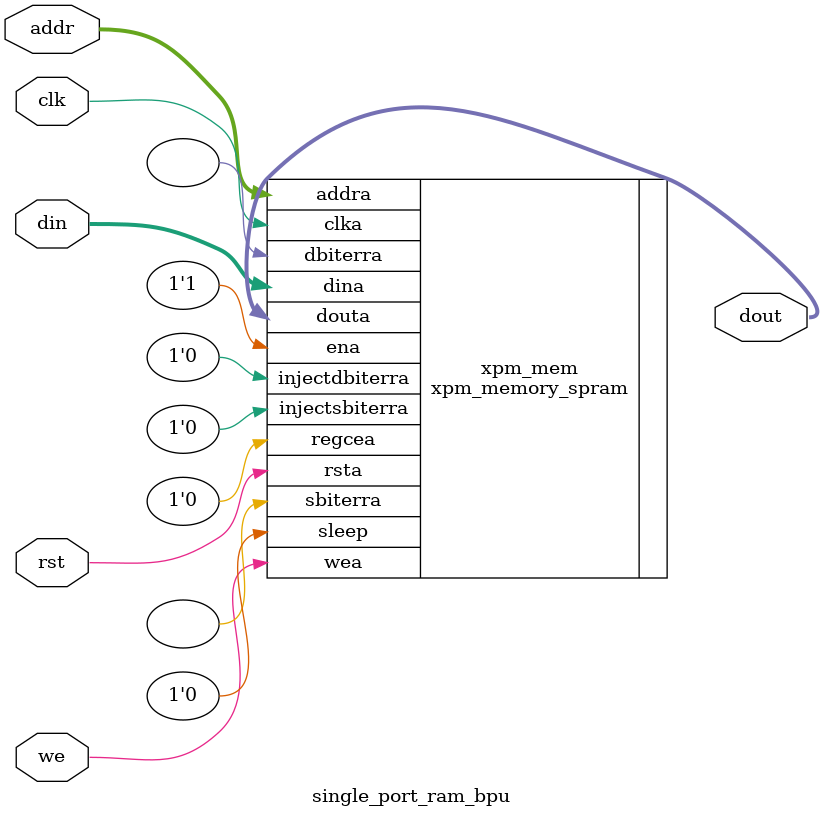
<source format=v>
module single_port_ram_bpu (
	input  clk,
	input  rst,
	input  we,
	input  [7:0] addr,
	input  [38:0]  din,
	output [38:0]  dout
);

// xpm_memory_spram: Single Port RAM
// Xilinx Parameterized Macro, Version 2016.2
xpm_memory_spram #(
	// Common module parameters
	.MEMORY_SIZE(39 * 256),
	.MEMORY_PRIMITIVE("auto"),
	.USE_MEM_INIT(0),
	.WAKEUP_TIME("disable_sleep"),
	.MESSAGE_CONTROL(0),

	// Port A module parameters
	.WRITE_DATA_WIDTH_A(39),
	.READ_DATA_WIDTH_A(39),
	.READ_RESET_VALUE_A("0"),
	.READ_LATENCY_A(1),
	.WRITE_MODE_A("write_first")
) xpm_mem (
	// Common module ports
	.sleep          ( 1'b0  ),

	// Port A module ports
	.clka           ( clk   ),
	.rsta           ( rst   ),
	.ena            ( 1'b1  ),
	.regcea         ( 1'b0  ),
	.wea            ( we    ),
	.addra          ( addr  ),
	.dina           ( din   ),
	.injectsbiterra ( 1'b0  ), // do not change
	.injectdbiterra ( 1'b0  ), // do not change
	.douta          ( dout  ),
	.sbiterra       (       ), // do not change
	.dbiterra       (       )  // do not change
);

endmodule

</source>
